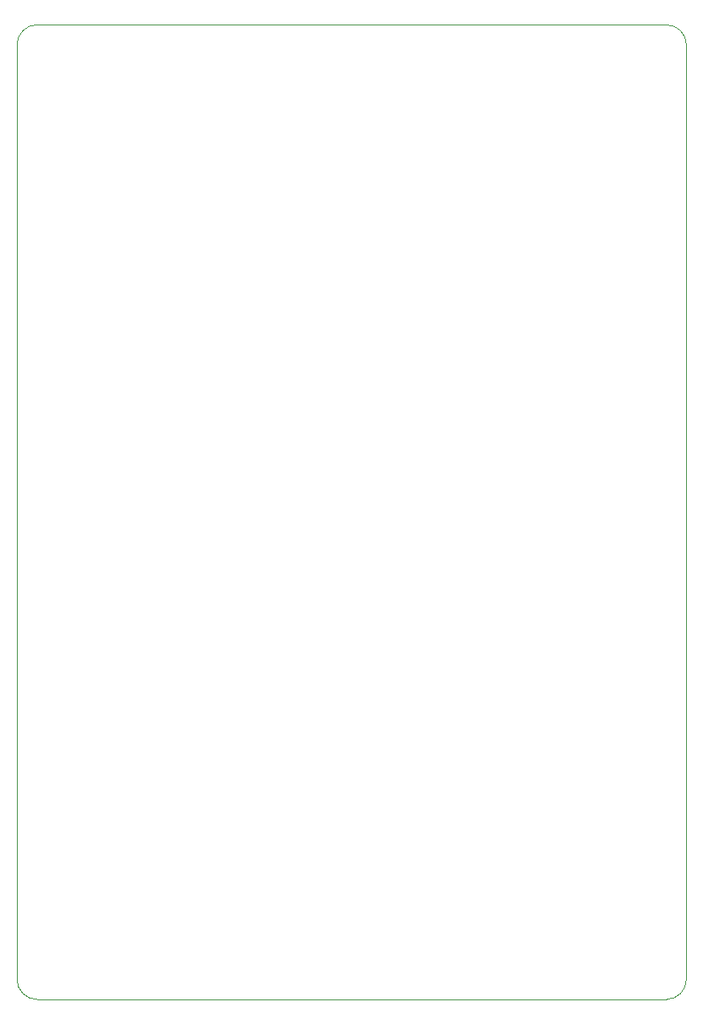
<source format=gbr>
%TF.GenerationSoftware,KiCad,Pcbnew,9.0.0*%
%TF.CreationDate,2025-04-29T13:04:53-04:00*%
%TF.ProjectId,mp3_player,6d70335f-706c-4617-9965-722e6b696361,rev?*%
%TF.SameCoordinates,Original*%
%TF.FileFunction,Profile,NP*%
%FSLAX46Y46*%
G04 Gerber Fmt 4.6, Leading zero omitted, Abs format (unit mm)*
G04 Created by KiCad (PCBNEW 9.0.0) date 2025-04-29 13:04:53*
%MOMM*%
%LPD*%
G01*
G04 APERTURE LIST*
%TA.AperFunction,Profile*%
%ADD10C,0.050000*%
%TD*%
G04 APERTURE END LIST*
D10*
X106724375Y-51793000D02*
G75*
G02*
X108724375Y-49792975I2000025J0D01*
G01*
X108724375Y-147293000D02*
G75*
G02*
X106724400Y-145293000I25J2000000D01*
G01*
X171724375Y-49793000D02*
G75*
G02*
X173724400Y-51793000I25J-2000000D01*
G01*
X173724375Y-145293000D02*
G75*
G02*
X171724375Y-147292975I-1999975J0D01*
G01*
X106724375Y-145293000D02*
X106724375Y-51793000D01*
X108724375Y-49793000D02*
X171724375Y-49793000D01*
X171724375Y-147293000D02*
X108724375Y-147293000D01*
X173724375Y-51793000D02*
X173724375Y-145293000D01*
M02*

</source>
